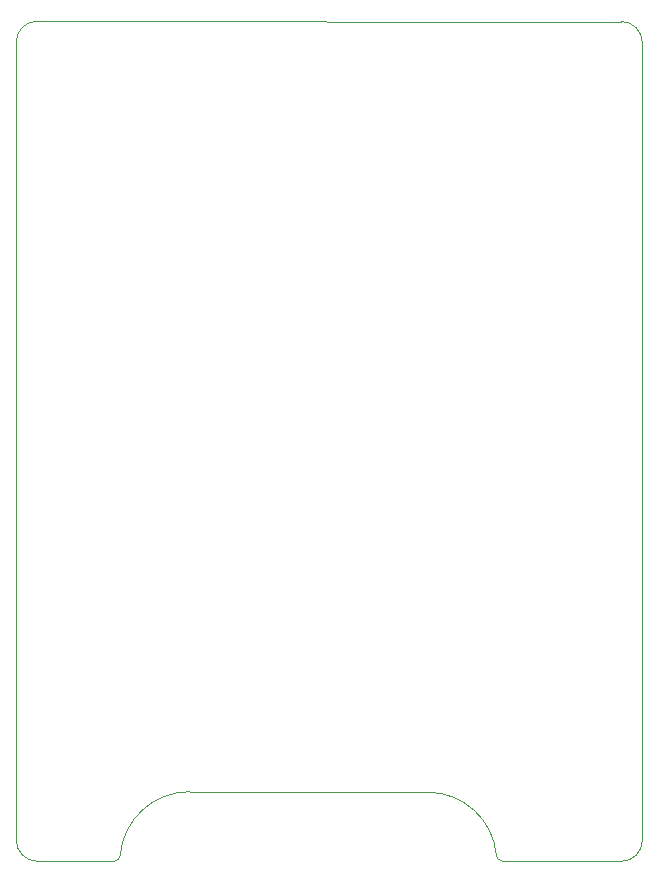
<source format=gm1>
G04 #@! TF.GenerationSoftware,KiCad,Pcbnew,(6.0.2)*
G04 #@! TF.CreationDate,2022-05-30T23:42:17+05:30*
G04 #@! TF.ProjectId,esp_lora_iot,6573705f-6c6f-4726-915f-696f742e6b69,rev?*
G04 #@! TF.SameCoordinates,Original*
G04 #@! TF.FileFunction,Profile,NP*
%FSLAX46Y46*%
G04 Gerber Fmt 4.6, Leading zero omitted, Abs format (unit mm)*
G04 Created by KiCad (PCBNEW (6.0.2)) date 2022-05-30 23:42:17*
%MOMM*%
%LPD*%
G01*
G04 APERTURE LIST*
G04 #@! TA.AperFunction,Profile*
%ADD10C,0.100000*%
G04 #@! TD*
G04 APERTURE END LIST*
D10*
X60671030Y-129960001D02*
G75*
G03*
X54795715Y-135333074I-11101J-5886650D01*
G01*
X86650106Y-135330406D02*
G75*
G03*
X87160000Y-135830000I509895J10407D01*
G01*
X47770000Y-64720000D02*
G75*
G03*
X46000000Y-66490000I0J-1770000D01*
G01*
X97228421Y-135858421D02*
G75*
G03*
X98998421Y-134088421I0J1770000D01*
G01*
X86650106Y-135330406D02*
G75*
G03*
X80820000Y-130000000I-5830105J-523121D01*
G01*
X87160000Y-135830000D02*
X97228421Y-135858421D01*
X99000000Y-66520000D02*
G75*
G03*
X97230000Y-64750000I-1770000J0D01*
G01*
X60671030Y-129960002D02*
X80820000Y-130000000D01*
X46000000Y-134070000D02*
G75*
G03*
X47770000Y-135840000I1770000J0D01*
G01*
X47770000Y-64720000D02*
X97230000Y-64750000D01*
X99000000Y-66520000D02*
X98998421Y-134088421D01*
X54296121Y-135842968D02*
G75*
G03*
X54795715Y-135333074I-10407J509895D01*
G01*
X46000000Y-134070000D02*
X46000000Y-66490000D01*
X54296121Y-135842968D02*
X47770000Y-135840000D01*
M02*

</source>
